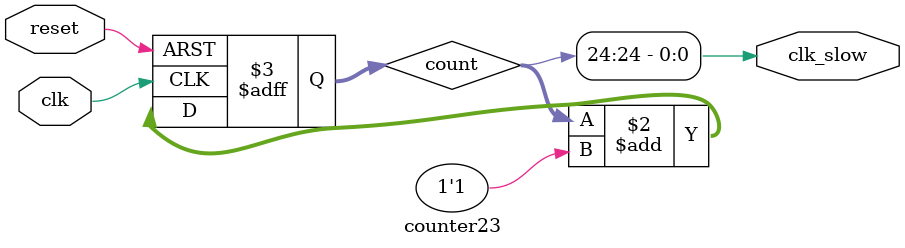
<source format=v>
module counter23(clk_slow,clk,reset);
input clk,reset;
reg[24:0]count;
output clk_slow;

always@(posedge clk or posedge reset)
begin

if(reset)
count<=25'b0;
else
begin
count<=count+1'b1;
end
end
assign clk_slow=count[24];


endmodule
</source>
